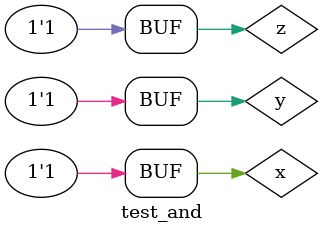
<source format=v>
module function1(x, y, z, f);
input x,
y,
z;
output f;
// here F = xy + yz + x 'z
assign f = (x & y) | (y & z )| (~x & z);

endmodule


//Test bench
module test_and;
reg x,y,z;
wire f;

  function1 a1(x,y,z,f);
  initial
  begin
    $dumpfile("check.vcd");
    $dumpvars(0,test_and);
        x=0;y=0;z=0;#100;
    x=0;y=0;z=1;#100;
     x=0;y=1;z=0;#100;
     x=0;y=1;z=1;#100;
     x=1;y=0;z=0;#100;
     x=1;y=0;z=1;#100;
     x=1;y=1;z=0;#100;
     x=1;y=0;z=1;#100;
    x=1;y=1;z=1;#100;



  end
endmodule













</source>
